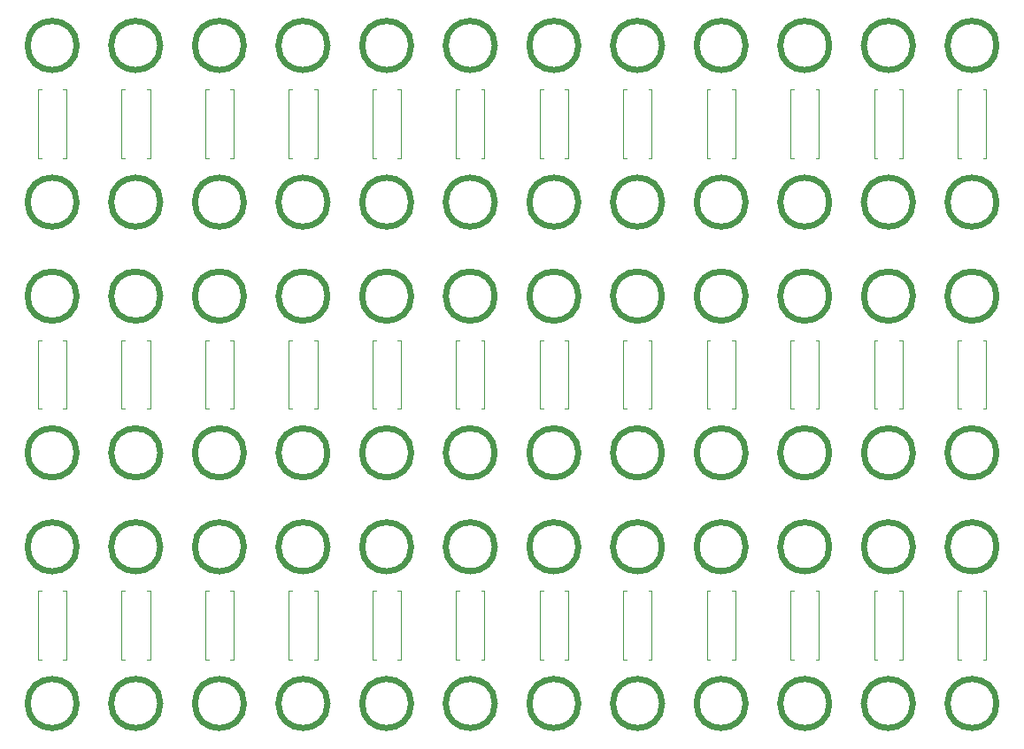
<source format=gbr>
%TF.GenerationSoftware,KiCad,Pcbnew,8.0.2*%
%TF.CreationDate,2024-06-26T22:47:50+07:00*%
%TF.ProjectId,resistor_pitch_15mm_Panel,72657369-7374-46f7-925f-70697463685f,rev?*%
%TF.SameCoordinates,Original*%
%TF.FileFunction,Legend,Top*%
%TF.FilePolarity,Positive*%
%FSLAX46Y46*%
G04 Gerber Fmt 4.6, Leading zero omitted, Abs format (unit mm)*
G04 Created by KiCad (PCBNEW 8.0.2) date 2024-06-26 22:47:50*
%MOMM*%
%LPD*%
G01*
G04 APERTURE LIST*
%ADD10C,0.600000*%
%ADD11C,0.120000*%
%ADD12C,4.000000*%
%ADD13C,1.600000*%
%ADD14O,1.600000X1.600000*%
G04 APERTURE END LIST*
D10*
X53350000Y-26500500D02*
G75*
G02*
X48650000Y-26500500I-2350000J0D01*
G01*
X48650000Y-26500500D02*
G75*
G02*
X53350000Y-26500500I2350000J0D01*
G01*
X29350000Y-11500500D02*
G75*
G02*
X24650000Y-11500500I-2350000J0D01*
G01*
X24650000Y-11500500D02*
G75*
G02*
X29350000Y-11500500I2350000J0D01*
G01*
X13350000Y-59500500D02*
G75*
G02*
X8650000Y-59500500I-2350000J0D01*
G01*
X8650000Y-59500500D02*
G75*
G02*
X13350000Y-59500500I2350000J0D01*
G01*
X53350000Y-74500500D02*
G75*
G02*
X48650000Y-74500500I-2350000J0D01*
G01*
X48650000Y-74500500D02*
G75*
G02*
X53350000Y-74500500I2350000J0D01*
G01*
X29350000Y-50500500D02*
G75*
G02*
X24650000Y-50500500I-2350000J0D01*
G01*
X24650000Y-50500500D02*
G75*
G02*
X29350000Y-50500500I2350000J0D01*
G01*
X93350000Y-74500500D02*
G75*
G02*
X88650000Y-74500500I-2350000J0D01*
G01*
X88650000Y-74500500D02*
G75*
G02*
X93350000Y-74500500I2350000J0D01*
G01*
X69350000Y-26500500D02*
G75*
G02*
X64650000Y-26500500I-2350000J0D01*
G01*
X64650000Y-26500500D02*
G75*
G02*
X69350000Y-26500500I2350000J0D01*
G01*
X77350000Y-74500500D02*
G75*
G02*
X72650000Y-74500500I-2350000J0D01*
G01*
X72650000Y-74500500D02*
G75*
G02*
X77350000Y-74500500I2350000J0D01*
G01*
X77350000Y-11500500D02*
G75*
G02*
X72650000Y-11500500I-2350000J0D01*
G01*
X72650000Y-11500500D02*
G75*
G02*
X77350000Y-11500500I2350000J0D01*
G01*
X93350000Y-59500500D02*
G75*
G02*
X88650000Y-59500500I-2350000J0D01*
G01*
X88650000Y-59500500D02*
G75*
G02*
X93350000Y-59500500I2350000J0D01*
G01*
X85350000Y-26500500D02*
G75*
G02*
X80650000Y-26500500I-2350000J0D01*
G01*
X80650000Y-26500500D02*
G75*
G02*
X85350000Y-26500500I2350000J0D01*
G01*
X69350000Y-35500500D02*
G75*
G02*
X64650000Y-35500500I-2350000J0D01*
G01*
X64650000Y-35500500D02*
G75*
G02*
X69350000Y-35500500I2350000J0D01*
G01*
X61350000Y-35500500D02*
G75*
G02*
X56650000Y-35500500I-2350000J0D01*
G01*
X56650000Y-35500500D02*
G75*
G02*
X61350000Y-35500500I2350000J0D01*
G01*
X37350000Y-74500500D02*
G75*
G02*
X32650000Y-74500500I-2350000J0D01*
G01*
X32650000Y-74500500D02*
G75*
G02*
X37350000Y-74500500I2350000J0D01*
G01*
X85350000Y-11500500D02*
G75*
G02*
X80650000Y-11500500I-2350000J0D01*
G01*
X80650000Y-11500500D02*
G75*
G02*
X85350000Y-11500500I2350000J0D01*
G01*
X13350000Y-35500500D02*
G75*
G02*
X8650000Y-35500500I-2350000J0D01*
G01*
X8650000Y-35500500D02*
G75*
G02*
X13350000Y-35500500I2350000J0D01*
G01*
X45350000Y-11500500D02*
G75*
G02*
X40650000Y-11500500I-2350000J0D01*
G01*
X40650000Y-11500500D02*
G75*
G02*
X45350000Y-11500500I2350000J0D01*
G01*
X21350000Y-74500500D02*
G75*
G02*
X16650000Y-74500500I-2350000J0D01*
G01*
X16650000Y-74500500D02*
G75*
G02*
X21350000Y-74500500I2350000J0D01*
G01*
X45350000Y-50500500D02*
G75*
G02*
X40650000Y-50500500I-2350000J0D01*
G01*
X40650000Y-50500500D02*
G75*
G02*
X45350000Y-50500500I2350000J0D01*
G01*
X93350000Y-11500500D02*
G75*
G02*
X88650000Y-11500500I-2350000J0D01*
G01*
X88650000Y-11500500D02*
G75*
G02*
X93350000Y-11500500I2350000J0D01*
G01*
X29350000Y-26500500D02*
G75*
G02*
X24650000Y-26500500I-2350000J0D01*
G01*
X24650000Y-26500500D02*
G75*
G02*
X29350000Y-26500500I2350000J0D01*
G01*
X5350000Y-35500500D02*
G75*
G02*
X650000Y-35500500I-2350000J0D01*
G01*
X650000Y-35500500D02*
G75*
G02*
X5350000Y-35500500I2350000J0D01*
G01*
X5350000Y-11500500D02*
G75*
G02*
X650000Y-11500500I-2350000J0D01*
G01*
X650000Y-11500500D02*
G75*
G02*
X5350000Y-11500500I2350000J0D01*
G01*
X85350000Y-59500500D02*
G75*
G02*
X80650000Y-59500500I-2350000J0D01*
G01*
X80650000Y-59500500D02*
G75*
G02*
X85350000Y-59500500I2350000J0D01*
G01*
X77350000Y-35500500D02*
G75*
G02*
X72650000Y-35500500I-2350000J0D01*
G01*
X72650000Y-35500500D02*
G75*
G02*
X77350000Y-35500500I2350000J0D01*
G01*
X69350000Y-50500500D02*
G75*
G02*
X64650000Y-50500500I-2350000J0D01*
G01*
X64650000Y-50500500D02*
G75*
G02*
X69350000Y-50500500I2350000J0D01*
G01*
X21350000Y-35500500D02*
G75*
G02*
X16650000Y-35500500I-2350000J0D01*
G01*
X16650000Y-35500500D02*
G75*
G02*
X21350000Y-35500500I2350000J0D01*
G01*
X21350000Y-11500500D02*
G75*
G02*
X16650000Y-11500500I-2350000J0D01*
G01*
X16650000Y-11500500D02*
G75*
G02*
X21350000Y-11500500I2350000J0D01*
G01*
X37350000Y-11500500D02*
G75*
G02*
X32650000Y-11500500I-2350000J0D01*
G01*
X32650000Y-11500500D02*
G75*
G02*
X37350000Y-11500500I2350000J0D01*
G01*
X93350000Y-50500500D02*
G75*
G02*
X88650000Y-50500500I-2350000J0D01*
G01*
X88650000Y-50500500D02*
G75*
G02*
X93350000Y-50500500I2350000J0D01*
G01*
X53350000Y-35500500D02*
G75*
G02*
X48650000Y-35500500I-2350000J0D01*
G01*
X48650000Y-35500500D02*
G75*
G02*
X53350000Y-35500500I2350000J0D01*
G01*
X45350000Y-59500500D02*
G75*
G02*
X40650000Y-59500500I-2350000J0D01*
G01*
X40650000Y-59500500D02*
G75*
G02*
X45350000Y-59500500I2350000J0D01*
G01*
X93350000Y-35500500D02*
G75*
G02*
X88650000Y-35500500I-2350000J0D01*
G01*
X88650000Y-35500500D02*
G75*
G02*
X93350000Y-35500500I2350000J0D01*
G01*
X5350000Y-59500500D02*
G75*
G02*
X650000Y-59500500I-2350000J0D01*
G01*
X650000Y-59500500D02*
G75*
G02*
X5350000Y-59500500I2350000J0D01*
G01*
X45350000Y-74500500D02*
G75*
G02*
X40650000Y-74500500I-2350000J0D01*
G01*
X40650000Y-74500500D02*
G75*
G02*
X45350000Y-74500500I2350000J0D01*
G01*
X61350000Y-26500500D02*
G75*
G02*
X56650000Y-26500500I-2350000J0D01*
G01*
X56650000Y-26500500D02*
G75*
G02*
X61350000Y-26500500I2350000J0D01*
G01*
X5350000Y-26500500D02*
G75*
G02*
X650000Y-26500500I-2350000J0D01*
G01*
X650000Y-26500500D02*
G75*
G02*
X5350000Y-26500500I2350000J0D01*
G01*
X85350000Y-74500500D02*
G75*
G02*
X80650000Y-74500500I-2350000J0D01*
G01*
X80650000Y-74500500D02*
G75*
G02*
X85350000Y-74500500I2350000J0D01*
G01*
X13350000Y-74500500D02*
G75*
G02*
X8650000Y-74500500I-2350000J0D01*
G01*
X8650000Y-74500500D02*
G75*
G02*
X13350000Y-74500500I2350000J0D01*
G01*
X37350000Y-35500500D02*
G75*
G02*
X32650000Y-35500500I-2350000J0D01*
G01*
X32650000Y-35500500D02*
G75*
G02*
X37350000Y-35500500I2350000J0D01*
G01*
X37350000Y-50500500D02*
G75*
G02*
X32650000Y-50500500I-2350000J0D01*
G01*
X32650000Y-50500500D02*
G75*
G02*
X37350000Y-50500500I2350000J0D01*
G01*
X13350000Y-26500500D02*
G75*
G02*
X8650000Y-26500500I-2350000J0D01*
G01*
X8650000Y-26500500D02*
G75*
G02*
X13350000Y-26500500I2350000J0D01*
G01*
X61350000Y-74500500D02*
G75*
G02*
X56650000Y-74500500I-2350000J0D01*
G01*
X56650000Y-74500500D02*
G75*
G02*
X61350000Y-74500500I2350000J0D01*
G01*
X61350000Y-59500500D02*
G75*
G02*
X56650000Y-59500500I-2350000J0D01*
G01*
X56650000Y-59500500D02*
G75*
G02*
X61350000Y-59500500I2350000J0D01*
G01*
X69350000Y-59500500D02*
G75*
G02*
X64650000Y-59500500I-2350000J0D01*
G01*
X64650000Y-59500500D02*
G75*
G02*
X69350000Y-59500500I2350000J0D01*
G01*
X13350000Y-11500500D02*
G75*
G02*
X8650000Y-11500500I-2350000J0D01*
G01*
X8650000Y-11500500D02*
G75*
G02*
X13350000Y-11500500I2350000J0D01*
G01*
X5350000Y-50500500D02*
G75*
G02*
X650000Y-50500500I-2350000J0D01*
G01*
X650000Y-50500500D02*
G75*
G02*
X5350000Y-50500500I2350000J0D01*
G01*
X85350000Y-35500500D02*
G75*
G02*
X80650000Y-35500500I-2350000J0D01*
G01*
X80650000Y-35500500D02*
G75*
G02*
X85350000Y-35500500I2350000J0D01*
G01*
X61350000Y-50500500D02*
G75*
G02*
X56650000Y-50500500I-2350000J0D01*
G01*
X56650000Y-50500500D02*
G75*
G02*
X61350000Y-50500500I2350000J0D01*
G01*
X45350000Y-26500500D02*
G75*
G02*
X40650000Y-26500500I-2350000J0D01*
G01*
X40650000Y-26500500D02*
G75*
G02*
X45350000Y-26500500I2350000J0D01*
G01*
X53350000Y-11500500D02*
G75*
G02*
X48650000Y-11500500I-2350000J0D01*
G01*
X48650000Y-11500500D02*
G75*
G02*
X53350000Y-11500500I2350000J0D01*
G01*
X77350000Y-26500500D02*
G75*
G02*
X72650000Y-26500500I-2350000J0D01*
G01*
X72650000Y-26500500D02*
G75*
G02*
X77350000Y-26500500I2350000J0D01*
G01*
X53350000Y-50500500D02*
G75*
G02*
X48650000Y-50500500I-2350000J0D01*
G01*
X48650000Y-50500500D02*
G75*
G02*
X53350000Y-50500500I2350000J0D01*
G01*
X77350000Y-50500500D02*
G75*
G02*
X72650000Y-50500500I-2350000J0D01*
G01*
X72650000Y-50500500D02*
G75*
G02*
X77350000Y-50500500I2350000J0D01*
G01*
X45350000Y-35500500D02*
G75*
G02*
X40650000Y-35500500I-2350000J0D01*
G01*
X40650000Y-35500500D02*
G75*
G02*
X45350000Y-35500500I2350000J0D01*
G01*
X69350000Y-74500500D02*
G75*
G02*
X64650000Y-74500500I-2350000J0D01*
G01*
X64650000Y-74500500D02*
G75*
G02*
X69350000Y-74500500I2350000J0D01*
G01*
X61350000Y-11500500D02*
G75*
G02*
X56650000Y-11500500I-2350000J0D01*
G01*
X56650000Y-11500500D02*
G75*
G02*
X61350000Y-11500500I2350000J0D01*
G01*
X21350000Y-59500500D02*
G75*
G02*
X16650000Y-59500500I-2350000J0D01*
G01*
X16650000Y-59500500D02*
G75*
G02*
X21350000Y-59500500I2350000J0D01*
G01*
X53350000Y-59500500D02*
G75*
G02*
X48650000Y-59500500I-2350000J0D01*
G01*
X48650000Y-59500500D02*
G75*
G02*
X53350000Y-59500500I2350000J0D01*
G01*
X37350000Y-59500500D02*
G75*
G02*
X32650000Y-59500500I-2350000J0D01*
G01*
X32650000Y-59500500D02*
G75*
G02*
X37350000Y-59500500I2350000J0D01*
G01*
X93350000Y-26500500D02*
G75*
G02*
X88650000Y-26500500I-2350000J0D01*
G01*
X88650000Y-26500500D02*
G75*
G02*
X93350000Y-26500500I2350000J0D01*
G01*
X77350000Y-59500500D02*
G75*
G02*
X72650000Y-59500500I-2350000J0D01*
G01*
X72650000Y-59500500D02*
G75*
G02*
X77350000Y-59500500I2350000J0D01*
G01*
X85350000Y-50500500D02*
G75*
G02*
X80650000Y-50500500I-2350000J0D01*
G01*
X80650000Y-50500500D02*
G75*
G02*
X85350000Y-50500500I2350000J0D01*
G01*
X13350000Y-50500500D02*
G75*
G02*
X8650000Y-50500500I-2350000J0D01*
G01*
X8650000Y-50500500D02*
G75*
G02*
X13350000Y-50500500I2350000J0D01*
G01*
X69350000Y-11500500D02*
G75*
G02*
X64650000Y-11500500I-2350000J0D01*
G01*
X64650000Y-11500500D02*
G75*
G02*
X69350000Y-11500500I2350000J0D01*
G01*
X5350000Y-74500500D02*
G75*
G02*
X650000Y-74500500I-2350000J0D01*
G01*
X650000Y-74500500D02*
G75*
G02*
X5350000Y-74500500I2350000J0D01*
G01*
X21350000Y-26500500D02*
G75*
G02*
X16650000Y-26500500I-2350000J0D01*
G01*
X16650000Y-26500500D02*
G75*
G02*
X21350000Y-26500500I2350000J0D01*
G01*
X37350000Y-26500500D02*
G75*
G02*
X32650000Y-26500500I-2350000J0D01*
G01*
X32650000Y-26500500D02*
G75*
G02*
X37350000Y-26500500I2350000J0D01*
G01*
X29350000Y-74500500D02*
G75*
G02*
X24650000Y-74500500I-2350000J0D01*
G01*
X24650000Y-74500500D02*
G75*
G02*
X29350000Y-74500500I2350000J0D01*
G01*
X21350000Y-50500500D02*
G75*
G02*
X16650000Y-50500500I-2350000J0D01*
G01*
X16650000Y-50500500D02*
G75*
G02*
X21350000Y-50500500I2350000J0D01*
G01*
X29350000Y-35500500D02*
G75*
G02*
X24650000Y-35500500I-2350000J0D01*
G01*
X24650000Y-35500500D02*
G75*
G02*
X29350000Y-35500500I2350000J0D01*
G01*
X29350000Y-59500500D02*
G75*
G02*
X24650000Y-59500500I-2350000J0D01*
G01*
X24650000Y-59500500D02*
G75*
G02*
X29350000Y-59500500I2350000J0D01*
G01*
D11*
%TO.C,R1*%
X73630000Y-15730500D02*
X73630000Y-22270500D01*
X73630000Y-22270500D02*
X73960000Y-22270500D01*
X73960000Y-15730500D02*
X73630000Y-15730500D01*
X76040000Y-15730500D02*
X76370000Y-15730500D01*
X76370000Y-15730500D02*
X76370000Y-22270500D01*
X76370000Y-22270500D02*
X76040000Y-22270500D01*
X89630000Y-39730500D02*
X89630000Y-46270500D01*
X89630000Y-46270500D02*
X89960000Y-46270500D01*
X89960000Y-39730500D02*
X89630000Y-39730500D01*
X92040000Y-39730500D02*
X92370000Y-39730500D01*
X92370000Y-39730500D02*
X92370000Y-46270500D01*
X92370000Y-46270500D02*
X92040000Y-46270500D01*
X17630000Y-63730500D02*
X17630000Y-70270500D01*
X17630000Y-70270500D02*
X17960000Y-70270500D01*
X17960000Y-63730500D02*
X17630000Y-63730500D01*
X20040000Y-63730500D02*
X20370000Y-63730500D01*
X20370000Y-63730500D02*
X20370000Y-70270500D01*
X20370000Y-70270500D02*
X20040000Y-70270500D01*
X33630000Y-39730500D02*
X33630000Y-46270500D01*
X33630000Y-46270500D02*
X33960000Y-46270500D01*
X33960000Y-39730500D02*
X33630000Y-39730500D01*
X36040000Y-39730500D02*
X36370000Y-39730500D01*
X36370000Y-39730500D02*
X36370000Y-46270500D01*
X36370000Y-46270500D02*
X36040000Y-46270500D01*
X33630000Y-63730500D02*
X33630000Y-70270500D01*
X33630000Y-70270500D02*
X33960000Y-70270500D01*
X33960000Y-63730500D02*
X33630000Y-63730500D01*
X36040000Y-63730500D02*
X36370000Y-63730500D01*
X36370000Y-63730500D02*
X36370000Y-70270500D01*
X36370000Y-70270500D02*
X36040000Y-70270500D01*
X57630000Y-15730500D02*
X57630000Y-22270500D01*
X57630000Y-22270500D02*
X57960000Y-22270500D01*
X57960000Y-15730500D02*
X57630000Y-15730500D01*
X60040000Y-15730500D02*
X60370000Y-15730500D01*
X60370000Y-15730500D02*
X60370000Y-22270500D01*
X60370000Y-22270500D02*
X60040000Y-22270500D01*
X9630000Y-63730500D02*
X9630000Y-70270500D01*
X9630000Y-70270500D02*
X9960000Y-70270500D01*
X9960000Y-63730500D02*
X9630000Y-63730500D01*
X12040000Y-63730500D02*
X12370000Y-63730500D01*
X12370000Y-63730500D02*
X12370000Y-70270500D01*
X12370000Y-70270500D02*
X12040000Y-70270500D01*
X81630000Y-39730500D02*
X81630000Y-46270500D01*
X81630000Y-46270500D02*
X81960000Y-46270500D01*
X81960000Y-39730500D02*
X81630000Y-39730500D01*
X84040000Y-39730500D02*
X84370000Y-39730500D01*
X84370000Y-39730500D02*
X84370000Y-46270500D01*
X84370000Y-46270500D02*
X84040000Y-46270500D01*
X81630000Y-63730500D02*
X81630000Y-70270500D01*
X81630000Y-70270500D02*
X81960000Y-70270500D01*
X81960000Y-63730500D02*
X81630000Y-63730500D01*
X84040000Y-63730500D02*
X84370000Y-63730500D01*
X84370000Y-63730500D02*
X84370000Y-70270500D01*
X84370000Y-70270500D02*
X84040000Y-70270500D01*
X41630000Y-63730500D02*
X41630000Y-70270500D01*
X41630000Y-70270500D02*
X41960000Y-70270500D01*
X41960000Y-63730500D02*
X41630000Y-63730500D01*
X44040000Y-63730500D02*
X44370000Y-63730500D01*
X44370000Y-63730500D02*
X44370000Y-70270500D01*
X44370000Y-70270500D02*
X44040000Y-70270500D01*
X73630000Y-39730500D02*
X73630000Y-46270500D01*
X73630000Y-46270500D02*
X73960000Y-46270500D01*
X73960000Y-39730500D02*
X73630000Y-39730500D01*
X76040000Y-39730500D02*
X76370000Y-39730500D01*
X76370000Y-39730500D02*
X76370000Y-46270500D01*
X76370000Y-46270500D02*
X76040000Y-46270500D01*
X81630000Y-15730500D02*
X81630000Y-22270500D01*
X81630000Y-22270500D02*
X81960000Y-22270500D01*
X81960000Y-15730500D02*
X81630000Y-15730500D01*
X84040000Y-15730500D02*
X84370000Y-15730500D01*
X84370000Y-15730500D02*
X84370000Y-22270500D01*
X84370000Y-22270500D02*
X84040000Y-22270500D01*
X9630000Y-15730500D02*
X9630000Y-22270500D01*
X9630000Y-22270500D02*
X9960000Y-22270500D01*
X9960000Y-15730500D02*
X9630000Y-15730500D01*
X12040000Y-15730500D02*
X12370000Y-15730500D01*
X12370000Y-15730500D02*
X12370000Y-22270500D01*
X12370000Y-22270500D02*
X12040000Y-22270500D01*
X57630000Y-39730500D02*
X57630000Y-46270500D01*
X57630000Y-46270500D02*
X57960000Y-46270500D01*
X57960000Y-39730500D02*
X57630000Y-39730500D01*
X60040000Y-39730500D02*
X60370000Y-39730500D01*
X60370000Y-39730500D02*
X60370000Y-46270500D01*
X60370000Y-46270500D02*
X60040000Y-46270500D01*
X57630000Y-63730500D02*
X57630000Y-70270500D01*
X57630000Y-70270500D02*
X57960000Y-70270500D01*
X57960000Y-63730500D02*
X57630000Y-63730500D01*
X60040000Y-63730500D02*
X60370000Y-63730500D01*
X60370000Y-63730500D02*
X60370000Y-70270500D01*
X60370000Y-70270500D02*
X60040000Y-70270500D01*
X49630000Y-15730500D02*
X49630000Y-22270500D01*
X49630000Y-22270500D02*
X49960000Y-22270500D01*
X49960000Y-15730500D02*
X49630000Y-15730500D01*
X52040000Y-15730500D02*
X52370000Y-15730500D01*
X52370000Y-15730500D02*
X52370000Y-22270500D01*
X52370000Y-22270500D02*
X52040000Y-22270500D01*
X25630000Y-15730500D02*
X25630000Y-22270500D01*
X25630000Y-22270500D02*
X25960000Y-22270500D01*
X25960000Y-15730500D02*
X25630000Y-15730500D01*
X28040000Y-15730500D02*
X28370000Y-15730500D01*
X28370000Y-15730500D02*
X28370000Y-22270500D01*
X28370000Y-22270500D02*
X28040000Y-22270500D01*
X9630000Y-39730500D02*
X9630000Y-46270500D01*
X9630000Y-46270500D02*
X9960000Y-46270500D01*
X9960000Y-39730500D02*
X9630000Y-39730500D01*
X12040000Y-39730500D02*
X12370000Y-39730500D01*
X12370000Y-39730500D02*
X12370000Y-46270500D01*
X12370000Y-46270500D02*
X12040000Y-46270500D01*
X73630000Y-63730500D02*
X73630000Y-70270500D01*
X73630000Y-70270500D02*
X73960000Y-70270500D01*
X73960000Y-63730500D02*
X73630000Y-63730500D01*
X76040000Y-63730500D02*
X76370000Y-63730500D01*
X76370000Y-63730500D02*
X76370000Y-70270500D01*
X76370000Y-70270500D02*
X76040000Y-70270500D01*
X33630000Y-15730500D02*
X33630000Y-22270500D01*
X33630000Y-22270500D02*
X33960000Y-22270500D01*
X33960000Y-15730500D02*
X33630000Y-15730500D01*
X36040000Y-15730500D02*
X36370000Y-15730500D01*
X36370000Y-15730500D02*
X36370000Y-22270500D01*
X36370000Y-22270500D02*
X36040000Y-22270500D01*
X41630000Y-39730500D02*
X41630000Y-46270500D01*
X41630000Y-46270500D02*
X41960000Y-46270500D01*
X41960000Y-39730500D02*
X41630000Y-39730500D01*
X44040000Y-39730500D02*
X44370000Y-39730500D01*
X44370000Y-39730500D02*
X44370000Y-46270500D01*
X44370000Y-46270500D02*
X44040000Y-46270500D01*
X49630000Y-63730500D02*
X49630000Y-70270500D01*
X49630000Y-70270500D02*
X49960000Y-70270500D01*
X49960000Y-63730500D02*
X49630000Y-63730500D01*
X52040000Y-63730500D02*
X52370000Y-63730500D01*
X52370000Y-63730500D02*
X52370000Y-70270500D01*
X52370000Y-70270500D02*
X52040000Y-70270500D01*
X1630000Y-15730500D02*
X1630000Y-22270500D01*
X1630000Y-22270500D02*
X1960000Y-22270500D01*
X1960000Y-15730500D02*
X1630000Y-15730500D01*
X4040000Y-15730500D02*
X4370000Y-15730500D01*
X4370000Y-15730500D02*
X4370000Y-22270500D01*
X4370000Y-22270500D02*
X4040000Y-22270500D01*
X89630000Y-15730500D02*
X89630000Y-22270500D01*
X89630000Y-22270500D02*
X89960000Y-22270500D01*
X89960000Y-15730500D02*
X89630000Y-15730500D01*
X92040000Y-15730500D02*
X92370000Y-15730500D01*
X92370000Y-15730500D02*
X92370000Y-22270500D01*
X92370000Y-22270500D02*
X92040000Y-22270500D01*
X17630000Y-39730500D02*
X17630000Y-46270500D01*
X17630000Y-46270500D02*
X17960000Y-46270500D01*
X17960000Y-39730500D02*
X17630000Y-39730500D01*
X20040000Y-39730500D02*
X20370000Y-39730500D01*
X20370000Y-39730500D02*
X20370000Y-46270500D01*
X20370000Y-46270500D02*
X20040000Y-46270500D01*
X65630000Y-15730500D02*
X65630000Y-22270500D01*
X65630000Y-22270500D02*
X65960000Y-22270500D01*
X65960000Y-15730500D02*
X65630000Y-15730500D01*
X68040000Y-15730500D02*
X68370000Y-15730500D01*
X68370000Y-15730500D02*
X68370000Y-22270500D01*
X68370000Y-22270500D02*
X68040000Y-22270500D01*
X49630000Y-39730500D02*
X49630000Y-46270500D01*
X49630000Y-46270500D02*
X49960000Y-46270500D01*
X49960000Y-39730500D02*
X49630000Y-39730500D01*
X52040000Y-39730500D02*
X52370000Y-39730500D01*
X52370000Y-39730500D02*
X52370000Y-46270500D01*
X52370000Y-46270500D02*
X52040000Y-46270500D01*
X41630000Y-15730500D02*
X41630000Y-22270500D01*
X41630000Y-22270500D02*
X41960000Y-22270500D01*
X41960000Y-15730500D02*
X41630000Y-15730500D01*
X44040000Y-15730500D02*
X44370000Y-15730500D01*
X44370000Y-15730500D02*
X44370000Y-22270500D01*
X44370000Y-22270500D02*
X44040000Y-22270500D01*
X17630000Y-15730500D02*
X17630000Y-22270500D01*
X17630000Y-22270500D02*
X17960000Y-22270500D01*
X17960000Y-15730500D02*
X17630000Y-15730500D01*
X20040000Y-15730500D02*
X20370000Y-15730500D01*
X20370000Y-15730500D02*
X20370000Y-22270500D01*
X20370000Y-22270500D02*
X20040000Y-22270500D01*
X1630000Y-63730500D02*
X1630000Y-70270500D01*
X1630000Y-70270500D02*
X1960000Y-70270500D01*
X1960000Y-63730500D02*
X1630000Y-63730500D01*
X4040000Y-63730500D02*
X4370000Y-63730500D01*
X4370000Y-63730500D02*
X4370000Y-70270500D01*
X4370000Y-70270500D02*
X4040000Y-70270500D01*
X89630000Y-63730500D02*
X89630000Y-70270500D01*
X89630000Y-70270500D02*
X89960000Y-70270500D01*
X89960000Y-63730500D02*
X89630000Y-63730500D01*
X92040000Y-63730500D02*
X92370000Y-63730500D01*
X92370000Y-63730500D02*
X92370000Y-70270500D01*
X92370000Y-70270500D02*
X92040000Y-70270500D01*
X25630000Y-39730500D02*
X25630000Y-46270500D01*
X25630000Y-46270500D02*
X25960000Y-46270500D01*
X25960000Y-39730500D02*
X25630000Y-39730500D01*
X28040000Y-39730500D02*
X28370000Y-39730500D01*
X28370000Y-39730500D02*
X28370000Y-46270500D01*
X28370000Y-46270500D02*
X28040000Y-46270500D01*
X65630000Y-39730500D02*
X65630000Y-46270500D01*
X65630000Y-46270500D02*
X65960000Y-46270500D01*
X65960000Y-39730500D02*
X65630000Y-39730500D01*
X68040000Y-39730500D02*
X68370000Y-39730500D01*
X68370000Y-39730500D02*
X68370000Y-46270500D01*
X68370000Y-46270500D02*
X68040000Y-46270500D01*
X25630000Y-63730500D02*
X25630000Y-70270500D01*
X25630000Y-70270500D02*
X25960000Y-70270500D01*
X25960000Y-63730500D02*
X25630000Y-63730500D01*
X28040000Y-63730500D02*
X28370000Y-63730500D01*
X28370000Y-63730500D02*
X28370000Y-70270500D01*
X28370000Y-70270500D02*
X28040000Y-70270500D01*
X65630000Y-63730500D02*
X65630000Y-70270500D01*
X65630000Y-70270500D02*
X65960000Y-70270500D01*
X65960000Y-63730500D02*
X65630000Y-63730500D01*
X68040000Y-63730500D02*
X68370000Y-63730500D01*
X68370000Y-63730500D02*
X68370000Y-70270500D01*
X68370000Y-70270500D02*
X68040000Y-70270500D01*
X1630000Y-39730500D02*
X1630000Y-46270500D01*
X1630000Y-46270500D02*
X1960000Y-46270500D01*
X1960000Y-39730500D02*
X1630000Y-39730500D01*
X4040000Y-39730500D02*
X4370000Y-39730500D01*
X4370000Y-39730500D02*
X4370000Y-46270500D01*
X4370000Y-46270500D02*
X4040000Y-46270500D01*
%TD*%
%LPC*%
D12*
%TO.C,J2*%
X3000000Y-50500500D03*
%TD*%
%TO.C,J1*%
X43000000Y-11500500D03*
%TD*%
%TO.C,J1*%
X11000000Y-59500500D03*
%TD*%
D13*
%TO.C,R1*%
X75000000Y-14990500D03*
D14*
X75000000Y-22990500D03*
%TD*%
D12*
%TO.C,J1*%
X59000000Y-59500500D03*
%TD*%
%TO.C,J2*%
X75000000Y-50500500D03*
%TD*%
%TO.C,J2*%
X67000000Y-50500500D03*
%TD*%
%TO.C,J2*%
X75000000Y-26500500D03*
%TD*%
%TO.C,J1*%
X35000000Y-59500500D03*
%TD*%
D13*
%TO.C,R1*%
X91000000Y-38990500D03*
D14*
X91000000Y-46990500D03*
%TD*%
D12*
%TO.C,J2*%
X67000000Y-26500500D03*
%TD*%
D13*
%TO.C,R1*%
X19000000Y-62990500D03*
D14*
X19000000Y-70990500D03*
%TD*%
D13*
%TO.C,R1*%
X35000000Y-38990500D03*
D14*
X35000000Y-46990500D03*
%TD*%
D12*
%TO.C,J1*%
X91000000Y-59500500D03*
%TD*%
%TO.C,J1*%
X83000000Y-11500500D03*
%TD*%
D13*
%TO.C,R1*%
X35000000Y-62990500D03*
D14*
X35000000Y-70990500D03*
%TD*%
D13*
%TO.C,R1*%
X59000000Y-14990500D03*
D14*
X59000000Y-22990500D03*
%TD*%
D12*
%TO.C,J1*%
X51000000Y-59500500D03*
%TD*%
%TO.C,J2*%
X51000000Y-26500500D03*
%TD*%
D13*
%TO.C,R1*%
X11000000Y-62990500D03*
D14*
X11000000Y-70990500D03*
%TD*%
D13*
%TO.C,R1*%
X83000000Y-38990500D03*
D14*
X83000000Y-46990500D03*
%TD*%
D12*
%TO.C,J2*%
X59000000Y-50500500D03*
%TD*%
D13*
%TO.C,R1*%
X83000000Y-62990500D03*
D14*
X83000000Y-70990500D03*
%TD*%
D12*
%TO.C,J1*%
X91000000Y-35500500D03*
%TD*%
%TO.C,J2*%
X35000000Y-26500500D03*
%TD*%
%TO.C,J1*%
X27000000Y-59500500D03*
%TD*%
%TO.C,J1*%
X67000000Y-11500500D03*
%TD*%
%TO.C,J1*%
X11000000Y-35500500D03*
%TD*%
%TO.C,J2*%
X19000000Y-50500500D03*
%TD*%
%TO.C,J2*%
X59000000Y-74500500D03*
%TD*%
D13*
%TO.C,R1*%
X43000000Y-62990500D03*
D14*
X43000000Y-70990500D03*
%TD*%
D12*
%TO.C,J2*%
X3000000Y-74500500D03*
%TD*%
D13*
%TO.C,R1*%
X75000000Y-38990500D03*
D14*
X75000000Y-46990500D03*
%TD*%
D12*
%TO.C,J1*%
X83000000Y-59500500D03*
%TD*%
D13*
%TO.C,R1*%
X83000000Y-14990500D03*
D14*
X83000000Y-22990500D03*
%TD*%
D12*
%TO.C,J1*%
X3000000Y-11500500D03*
%TD*%
D13*
%TO.C,R1*%
X11000000Y-14990500D03*
D14*
X11000000Y-22990500D03*
%TD*%
D12*
%TO.C,J2*%
X43000000Y-74500500D03*
%TD*%
D13*
%TO.C,R1*%
X59000000Y-38990500D03*
D14*
X59000000Y-46990500D03*
%TD*%
D12*
%TO.C,J1*%
X75000000Y-11500500D03*
%TD*%
D13*
%TO.C,R1*%
X59000000Y-62990500D03*
D14*
X59000000Y-70990500D03*
%TD*%
D12*
%TO.C,J1*%
X35000000Y-11500500D03*
%TD*%
D13*
%TO.C,R1*%
X51000000Y-14990500D03*
D14*
X51000000Y-22990500D03*
%TD*%
D12*
%TO.C,J1*%
X59000000Y-35500500D03*
%TD*%
%TO.C,J1*%
X83000000Y-35500500D03*
%TD*%
%TO.C,J2*%
X43000000Y-50500500D03*
%TD*%
%TO.C,J2*%
X91000000Y-50500500D03*
%TD*%
%TO.C,J1*%
X43000000Y-35500500D03*
%TD*%
%TO.C,J2*%
X11000000Y-74500500D03*
%TD*%
%TO.C,J2*%
X59000000Y-26500500D03*
%TD*%
%TO.C,J1*%
X43000000Y-59500500D03*
%TD*%
%TO.C,J2*%
X83000000Y-74500500D03*
%TD*%
D13*
%TO.C,R1*%
X27000000Y-14990500D03*
D14*
X27000000Y-22990500D03*
%TD*%
D12*
%TO.C,J2*%
X27000000Y-50500500D03*
%TD*%
D13*
%TO.C,R1*%
X11000000Y-38990500D03*
D14*
X11000000Y-46990500D03*
%TD*%
D12*
%TO.C,J1*%
X75000000Y-35500500D03*
%TD*%
%TO.C,J1*%
X11000000Y-11500500D03*
%TD*%
%TO.C,J1*%
X35000000Y-35500500D03*
%TD*%
D13*
%TO.C,R1*%
X75000000Y-62990500D03*
D14*
X75000000Y-70990500D03*
%TD*%
D13*
%TO.C,R1*%
X35000000Y-14990500D03*
D14*
X35000000Y-22990500D03*
%TD*%
D13*
%TO.C,R1*%
X43000000Y-38990500D03*
D14*
X43000000Y-46990500D03*
%TD*%
D13*
%TO.C,R1*%
X51000000Y-62990500D03*
D14*
X51000000Y-70990500D03*
%TD*%
D12*
%TO.C,J2*%
X43000000Y-26500500D03*
%TD*%
%TO.C,J1*%
X3000000Y-59500500D03*
%TD*%
%TO.C,J1*%
X27000000Y-11500500D03*
%TD*%
%TO.C,J2*%
X91000000Y-26500500D03*
%TD*%
%TO.C,J2*%
X75000000Y-74500500D03*
%TD*%
%TO.C,J1*%
X67000000Y-35500500D03*
%TD*%
%TO.C,J2*%
X3000000Y-26500500D03*
%TD*%
%TO.C,J2*%
X11000000Y-50500500D03*
%TD*%
D13*
%TO.C,R1*%
X3000000Y-14990500D03*
D14*
X3000000Y-22990500D03*
%TD*%
D12*
%TO.C,J2*%
X83000000Y-50500500D03*
%TD*%
%TO.C,J2*%
X51000000Y-74500500D03*
%TD*%
%TO.C,J2*%
X35000000Y-74500500D03*
%TD*%
%TO.C,J2*%
X27000000Y-26500500D03*
%TD*%
%TO.C,J2*%
X67000000Y-74500500D03*
%TD*%
%TO.C,J1*%
X19000000Y-11500500D03*
%TD*%
D13*
%TO.C,R1*%
X91000000Y-14990500D03*
D14*
X91000000Y-22990500D03*
%TD*%
D12*
%TO.C,J1*%
X59000000Y-11500500D03*
%TD*%
%TO.C,J1*%
X3000000Y-35500500D03*
%TD*%
D13*
%TO.C,R1*%
X19000000Y-38990500D03*
D14*
X19000000Y-46990500D03*
%TD*%
D12*
%TO.C,J2*%
X83000000Y-26500500D03*
%TD*%
D13*
%TO.C,R1*%
X67000000Y-14990500D03*
D14*
X67000000Y-22990500D03*
%TD*%
D12*
%TO.C,J2*%
X51000000Y-50500500D03*
%TD*%
D13*
%TO.C,R1*%
X51000000Y-38990500D03*
D14*
X51000000Y-46990500D03*
%TD*%
D12*
%TO.C,J1*%
X75000000Y-59500500D03*
%TD*%
%TO.C,J1*%
X51000000Y-11500500D03*
%TD*%
D13*
%TO.C,R1*%
X43000000Y-14990500D03*
D14*
X43000000Y-22990500D03*
%TD*%
D12*
%TO.C,J1*%
X19000000Y-35500500D03*
%TD*%
%TO.C,J2*%
X27000000Y-74500500D03*
%TD*%
D13*
%TO.C,R1*%
X19000000Y-14990500D03*
D14*
X19000000Y-22990500D03*
%TD*%
D13*
%TO.C,R1*%
X3000000Y-62990500D03*
D14*
X3000000Y-70990500D03*
%TD*%
D12*
%TO.C,J2*%
X91000000Y-74500500D03*
%TD*%
%TO.C,J2*%
X19000000Y-74500500D03*
%TD*%
D13*
%TO.C,R1*%
X91000000Y-62990500D03*
D14*
X91000000Y-70990500D03*
%TD*%
D13*
%TO.C,R1*%
X27000000Y-38990500D03*
D14*
X27000000Y-46990500D03*
%TD*%
D13*
%TO.C,R1*%
X67000000Y-38990500D03*
D14*
X67000000Y-46990500D03*
%TD*%
D12*
%TO.C,J1*%
X27000000Y-35500500D03*
%TD*%
%TO.C,J1*%
X51000000Y-35500500D03*
%TD*%
D13*
%TO.C,R1*%
X27000000Y-62990500D03*
D14*
X27000000Y-70990500D03*
%TD*%
D12*
%TO.C,J2*%
X11000000Y-26500500D03*
%TD*%
%TO.C,J2*%
X35000000Y-50500500D03*
%TD*%
%TO.C,J2*%
X19000000Y-26500500D03*
%TD*%
D13*
%TO.C,R1*%
X67000000Y-62990500D03*
D14*
X67000000Y-70990500D03*
%TD*%
D13*
%TO.C,R1*%
X3000000Y-38990500D03*
D14*
X3000000Y-46990500D03*
%TD*%
D12*
%TO.C,J1*%
X19000000Y-59500500D03*
%TD*%
%TO.C,J1*%
X91000000Y-11500500D03*
%TD*%
%TO.C,J1*%
X67000000Y-59500500D03*
%TD*%
%LPD*%
M02*

</source>
